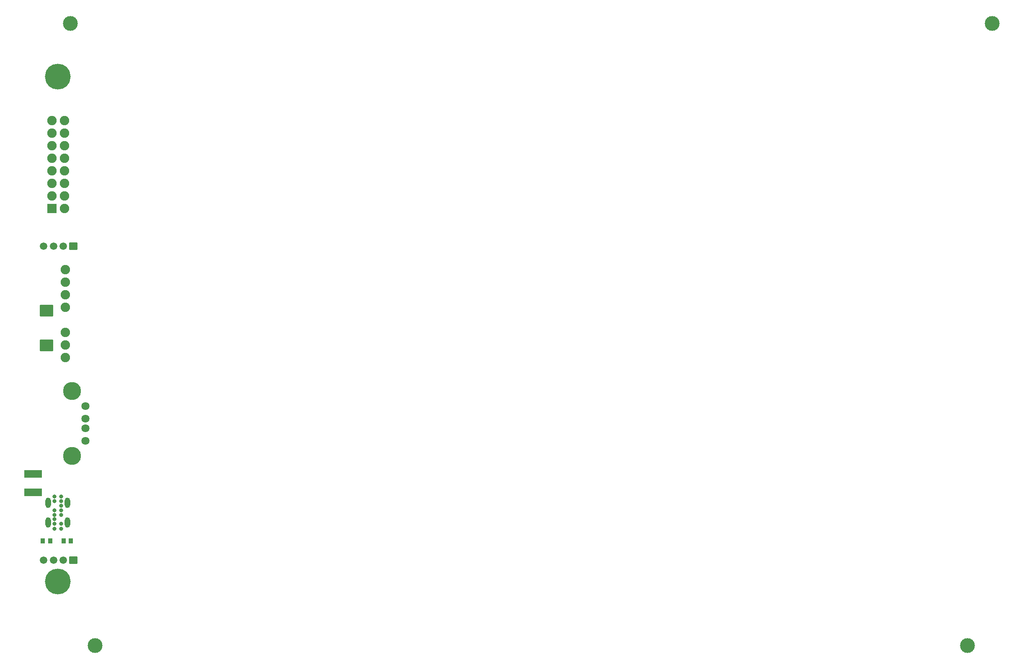
<source format=gts>
G04 Layer: TopSolderMaskLayer*
G04 Panelize: Stamp Hole, Column: 10, Row: 1, Board Size: 15.24mm x 109.86mm, Panelized Board Size: 206.4mm x 109.86mm*
G04 EasyEDA v6.5.34, 2023-08-21 18:11:39*
G04 2c7568c33adc46e786736174184ee4b8,5a6b42c53f6a479593ecc07194224c93,10*
G04 Gerber Generator version 0.2*
G04 Scale: 100 percent, Rotated: No, Reflected: No *
G04 Dimensions in millimeters *
G04 leading zeros omitted , absolute positions ,4 integer and 5 decimal *
%FSLAX45Y45*%
%MOMM*%

%AMMACRO1*1,1,$1,$2,$3*1,1,$1,$4,$5*1,1,$1,0-$2,0-$3*1,1,$1,0-$4,0-$5*20,1,$1,$2,$3,$4,$5,0*20,1,$1,$4,$5,0-$2,0-$3,0*20,1,$1,0-$2,0-$3,0-$4,0-$5,0*20,1,$1,0-$4,0-$5,$2,$3,0*4,1,4,$2,$3,$4,$5,0-$2,0-$3,0-$4,0-$5,$2,$3,0*%
%ADD10MACRO1,0.1016X0.9X-0.9X0.9X0.9*%
%ADD11C,1.9016*%
%ADD12C,1.6342*%
%ADD13C,3.6533*%
%ADD14MACRO1,0.1016X-1.296X1.1038X1.296X1.1038*%
%ADD15MACRO1,0.1016X-1.296X-1.1038X1.296X-1.1038*%
%ADD16MACRO1,0.1016X-0.4032X-0.432X-0.4032X0.432*%
%ADD17MACRO1,0.1016X0.4032X-0.432X0.4032X0.432*%
%ADD18MACRO1,0.1016X1.7496X-0.7033X-1.7496X-0.7033*%
%ADD19MACRO1,0.1016X1.7496X0.7033X-1.7496X0.7033*%
%ADD20C,1.5016*%
%ADD21MACRO1,0.1016X0.762X-0.7X-0.762X-0.7*%
%ADD22O,0.8015985999999999X0.8015985999999999*%
%ADD23O,1.1015979999999999X2.101596*%
%ADD24C,5.2032*%
%ADD25C,3.0000*%

%LPD*%
D10*
G01*
X381000Y3593990D03*
D11*
G01*
X635000Y3593998D03*
G01*
X381000Y3847998D03*
G01*
X635000Y3847998D03*
G01*
X381000Y4101998D03*
G01*
X635000Y4101998D03*
G01*
X381000Y4355998D03*
G01*
X635000Y4355998D03*
G01*
X381000Y4609998D03*
G01*
X635000Y4609998D03*
G01*
X381000Y4863998D03*
G01*
X635000Y4863998D03*
G01*
X381000Y5117998D03*
G01*
X635000Y5117998D03*
G01*
X381000Y5371998D03*
G01*
X635000Y5371998D03*
D12*
G01*
X1054100Y-1101801D03*
G01*
X1054100Y-851814D03*
G01*
X1054100Y-651814D03*
G01*
X1054100Y-401802D03*
D13*
G01*
X783107Y-1408811D03*
G01*
X783107Y-94792D03*
D14*
G01*
X266699Y829975D03*
D15*
G01*
X266699Y1532224D03*
D16*
G01*
X342024Y-3124200D03*
D17*
G01*
X191375Y-3124200D03*
D16*
G01*
X761124Y-3124200D03*
D17*
G01*
X610475Y-3124200D03*
D18*
G01*
X5Y-1770466D03*
D19*
G01*
X5Y-2141133D03*
D20*
G01*
X208000Y-3517900D03*
G01*
X408000Y-3517900D03*
G01*
X607999Y-3517900D03*
D21*
G01*
X807999Y-3517892D03*
D20*
G01*
X208000Y2832100D03*
G01*
X408000Y2832100D03*
G01*
X607999Y2832100D03*
D21*
G01*
X807999Y2832094D03*
D22*
G01*
X565302Y-2877718D03*
G01*
X565302Y-2782722D03*
G01*
X565302Y-2597708D03*
G01*
X565302Y-2507716D03*
G01*
X565302Y-2417698D03*
G01*
X565302Y-2322703D03*
G01*
X565302Y-2227706D03*
G01*
X425297Y-2227706D03*
G01*
X425297Y-2322703D03*
G01*
X425297Y-2507716D03*
G01*
X425297Y-2597708D03*
G01*
X425297Y-2687701D03*
G01*
X425297Y-2782722D03*
G01*
X425297Y-2877718D03*
D23*
G01*
X302310Y-2352725D03*
G01*
X302310Y-2752725D03*
G01*
X688289Y-2352725D03*
G01*
X688289Y-2752725D03*
D24*
G01*
X495300Y6260998D03*
G01*
X495300Y-3949700D03*
D11*
G01*
X647700Y584200D03*
G01*
X647700Y838200D03*
G01*
X647700Y1092200D03*
G01*
X647700Y1600200D03*
G01*
X647700Y1854200D03*
G01*
X647700Y2108200D03*
G01*
X647700Y2362200D03*
D25*
G01*
X745998Y7340498D03*
G01*
X19385991Y7340498D03*
G01*
X1245997Y-5244998D03*
G01*
X18885992Y-5244998D03*
M02*

</source>
